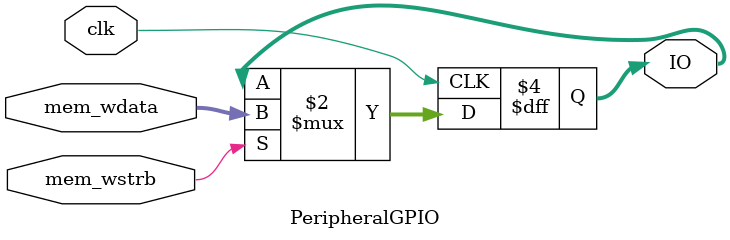
<source format=v>
module PeripheralGPIO (
    input               clk,
    output reg [31:0]   IO,
    input               mem_wstrb,
    input      [31:0]   mem_wdata
);

always @(posedge clk) begin
    if (mem_wstrb) begin
        `ifdef BENCH
            $display("THING");
        `endif  
        IO <= mem_wdata;
    end
end

endmodule
</source>
